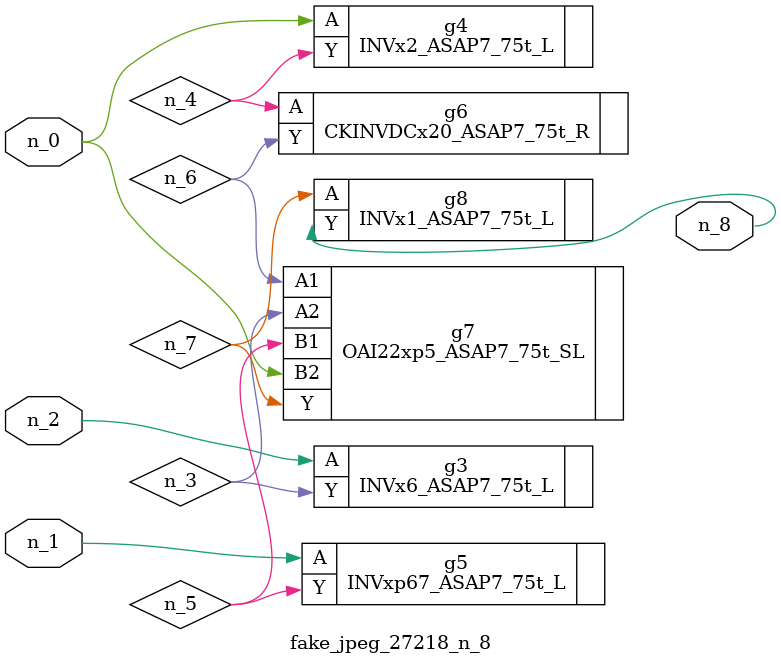
<source format=v>
module fake_jpeg_27218_n_8 (n_0, n_2, n_1, n_8);

input n_0;
input n_2;
input n_1;

output n_8;

wire n_3;
wire n_4;
wire n_6;
wire n_5;
wire n_7;

INVx6_ASAP7_75t_L g3 ( 
.A(n_2),
.Y(n_3)
);

INVx2_ASAP7_75t_L g4 ( 
.A(n_0),
.Y(n_4)
);

INVxp67_ASAP7_75t_L g5 ( 
.A(n_1),
.Y(n_5)
);

CKINVDCx20_ASAP7_75t_R g6 ( 
.A(n_4),
.Y(n_6)
);

OAI22xp5_ASAP7_75t_SL g7 ( 
.A1(n_6),
.A2(n_3),
.B1(n_5),
.B2(n_0),
.Y(n_7)
);

INVx1_ASAP7_75t_L g8 ( 
.A(n_7),
.Y(n_8)
);


endmodule
</source>
